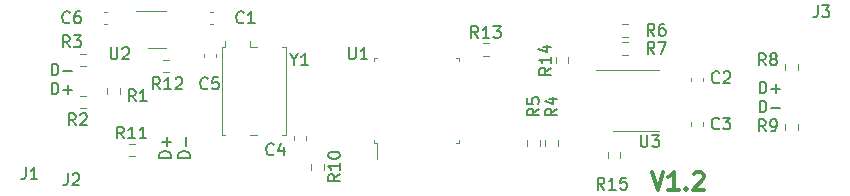
<source format=gbr>
%TF.GenerationSoftware,KiCad,Pcbnew,7.0.10-7.0.10~ubuntu22.04.1*%
%TF.CreationDate,2024-03-22T20:20:15-04:00*%
%TF.ProjectId,mechanicalkeyboard-touchid-hub,6d656368-616e-4696-9361-6c6b6579626f,rev?*%
%TF.SameCoordinates,Original*%
%TF.FileFunction,Legend,Top*%
%TF.FilePolarity,Positive*%
%FSLAX46Y46*%
G04 Gerber Fmt 4.6, Leading zero omitted, Abs format (unit mm)*
G04 Created by KiCad (PCBNEW 7.0.10-7.0.10~ubuntu22.04.1) date 2024-03-22 20:20:15*
%MOMM*%
%LPD*%
G01*
G04 APERTURE LIST*
%ADD10C,0.150000*%
%ADD11C,0.300000*%
%ADD12C,0.120000*%
G04 APERTURE END LIST*
D10*
X106000779Y-46011819D02*
X106000779Y-45011819D01*
X106000779Y-45011819D02*
X106238874Y-45011819D01*
X106238874Y-45011819D02*
X106381731Y-45059438D01*
X106381731Y-45059438D02*
X106476969Y-45154676D01*
X106476969Y-45154676D02*
X106524588Y-45249914D01*
X106524588Y-45249914D02*
X106572207Y-45440390D01*
X106572207Y-45440390D02*
X106572207Y-45583247D01*
X106572207Y-45583247D02*
X106524588Y-45773723D01*
X106524588Y-45773723D02*
X106476969Y-45868961D01*
X106476969Y-45868961D02*
X106381731Y-45964200D01*
X106381731Y-45964200D02*
X106238874Y-46011819D01*
X106238874Y-46011819D02*
X106000779Y-46011819D01*
X107000779Y-45630866D02*
X107762684Y-45630866D01*
X107381731Y-46011819D02*
X107381731Y-45249914D01*
X106000779Y-47621819D02*
X106000779Y-46621819D01*
X106000779Y-46621819D02*
X106238874Y-46621819D01*
X106238874Y-46621819D02*
X106381731Y-46669438D01*
X106381731Y-46669438D02*
X106476969Y-46764676D01*
X106476969Y-46764676D02*
X106524588Y-46859914D01*
X106524588Y-46859914D02*
X106572207Y-47050390D01*
X106572207Y-47050390D02*
X106572207Y-47193247D01*
X106572207Y-47193247D02*
X106524588Y-47383723D01*
X106524588Y-47383723D02*
X106476969Y-47478961D01*
X106476969Y-47478961D02*
X106381731Y-47574200D01*
X106381731Y-47574200D02*
X106238874Y-47621819D01*
X106238874Y-47621819D02*
X106000779Y-47621819D01*
X107000779Y-47240866D02*
X107762684Y-47240866D01*
X56171819Y-51479220D02*
X55171819Y-51479220D01*
X55171819Y-51479220D02*
X55171819Y-51241125D01*
X55171819Y-51241125D02*
X55219438Y-51098268D01*
X55219438Y-51098268D02*
X55314676Y-51003030D01*
X55314676Y-51003030D02*
X55409914Y-50955411D01*
X55409914Y-50955411D02*
X55600390Y-50907792D01*
X55600390Y-50907792D02*
X55743247Y-50907792D01*
X55743247Y-50907792D02*
X55933723Y-50955411D01*
X55933723Y-50955411D02*
X56028961Y-51003030D01*
X56028961Y-51003030D02*
X56124200Y-51098268D01*
X56124200Y-51098268D02*
X56171819Y-51241125D01*
X56171819Y-51241125D02*
X56171819Y-51479220D01*
X55790866Y-50479220D02*
X55790866Y-49717316D01*
X56171819Y-50098268D02*
X55409914Y-50098268D01*
X57781819Y-51479220D02*
X56781819Y-51479220D01*
X56781819Y-51479220D02*
X56781819Y-51241125D01*
X56781819Y-51241125D02*
X56829438Y-51098268D01*
X56829438Y-51098268D02*
X56924676Y-51003030D01*
X56924676Y-51003030D02*
X57019914Y-50955411D01*
X57019914Y-50955411D02*
X57210390Y-50907792D01*
X57210390Y-50907792D02*
X57353247Y-50907792D01*
X57353247Y-50907792D02*
X57543723Y-50955411D01*
X57543723Y-50955411D02*
X57638961Y-51003030D01*
X57638961Y-51003030D02*
X57734200Y-51098268D01*
X57734200Y-51098268D02*
X57781819Y-51241125D01*
X57781819Y-51241125D02*
X57781819Y-51479220D01*
X57400866Y-50479220D02*
X57400866Y-49717316D01*
X46056779Y-44487819D02*
X46056779Y-43487819D01*
X46056779Y-43487819D02*
X46294874Y-43487819D01*
X46294874Y-43487819D02*
X46437731Y-43535438D01*
X46437731Y-43535438D02*
X46532969Y-43630676D01*
X46532969Y-43630676D02*
X46580588Y-43725914D01*
X46580588Y-43725914D02*
X46628207Y-43916390D01*
X46628207Y-43916390D02*
X46628207Y-44059247D01*
X46628207Y-44059247D02*
X46580588Y-44249723D01*
X46580588Y-44249723D02*
X46532969Y-44344961D01*
X46532969Y-44344961D02*
X46437731Y-44440200D01*
X46437731Y-44440200D02*
X46294874Y-44487819D01*
X46294874Y-44487819D02*
X46056779Y-44487819D01*
X47056779Y-44106866D02*
X47818684Y-44106866D01*
X46056779Y-46097819D02*
X46056779Y-45097819D01*
X46056779Y-45097819D02*
X46294874Y-45097819D01*
X46294874Y-45097819D02*
X46437731Y-45145438D01*
X46437731Y-45145438D02*
X46532969Y-45240676D01*
X46532969Y-45240676D02*
X46580588Y-45335914D01*
X46580588Y-45335914D02*
X46628207Y-45526390D01*
X46628207Y-45526390D02*
X46628207Y-45669247D01*
X46628207Y-45669247D02*
X46580588Y-45859723D01*
X46580588Y-45859723D02*
X46532969Y-45954961D01*
X46532969Y-45954961D02*
X46437731Y-46050200D01*
X46437731Y-46050200D02*
X46294874Y-46097819D01*
X46294874Y-46097819D02*
X46056779Y-46097819D01*
X47056779Y-45716866D02*
X47818684Y-45716866D01*
X47437731Y-46097819D02*
X47437731Y-45335914D01*
D11*
X96860225Y-52656828D02*
X97360225Y-54156828D01*
X97360225Y-54156828D02*
X97860225Y-52656828D01*
X99145939Y-54156828D02*
X98288796Y-54156828D01*
X98717367Y-54156828D02*
X98717367Y-52656828D01*
X98717367Y-52656828D02*
X98574510Y-52871114D01*
X98574510Y-52871114D02*
X98431653Y-53013971D01*
X98431653Y-53013971D02*
X98288796Y-53085400D01*
X99788795Y-54013971D02*
X99860224Y-54085400D01*
X99860224Y-54085400D02*
X99788795Y-54156828D01*
X99788795Y-54156828D02*
X99717367Y-54085400D01*
X99717367Y-54085400D02*
X99788795Y-54013971D01*
X99788795Y-54013971D02*
X99788795Y-54156828D01*
X100431653Y-52799685D02*
X100503081Y-52728257D01*
X100503081Y-52728257D02*
X100645939Y-52656828D01*
X100645939Y-52656828D02*
X101003081Y-52656828D01*
X101003081Y-52656828D02*
X101145939Y-52728257D01*
X101145939Y-52728257D02*
X101217367Y-52799685D01*
X101217367Y-52799685D02*
X101288796Y-52942542D01*
X101288796Y-52942542D02*
X101288796Y-53085400D01*
X101288796Y-53085400D02*
X101217367Y-53299685D01*
X101217367Y-53299685D02*
X100360224Y-54156828D01*
X100360224Y-54156828D02*
X101288796Y-54156828D01*
D10*
X92857142Y-54154819D02*
X92523809Y-53678628D01*
X92285714Y-54154819D02*
X92285714Y-53154819D01*
X92285714Y-53154819D02*
X92666666Y-53154819D01*
X92666666Y-53154819D02*
X92761904Y-53202438D01*
X92761904Y-53202438D02*
X92809523Y-53250057D01*
X92809523Y-53250057D02*
X92857142Y-53345295D01*
X92857142Y-53345295D02*
X92857142Y-53488152D01*
X92857142Y-53488152D02*
X92809523Y-53583390D01*
X92809523Y-53583390D02*
X92761904Y-53631009D01*
X92761904Y-53631009D02*
X92666666Y-53678628D01*
X92666666Y-53678628D02*
X92285714Y-53678628D01*
X93809523Y-54154819D02*
X93238095Y-54154819D01*
X93523809Y-54154819D02*
X93523809Y-53154819D01*
X93523809Y-53154819D02*
X93428571Y-53297676D01*
X93428571Y-53297676D02*
X93333333Y-53392914D01*
X93333333Y-53392914D02*
X93238095Y-53440533D01*
X94714285Y-53154819D02*
X94238095Y-53154819D01*
X94238095Y-53154819D02*
X94190476Y-53631009D01*
X94190476Y-53631009D02*
X94238095Y-53583390D01*
X94238095Y-53583390D02*
X94333333Y-53535771D01*
X94333333Y-53535771D02*
X94571428Y-53535771D01*
X94571428Y-53535771D02*
X94666666Y-53583390D01*
X94666666Y-53583390D02*
X94714285Y-53631009D01*
X94714285Y-53631009D02*
X94761904Y-53726247D01*
X94761904Y-53726247D02*
X94761904Y-53964342D01*
X94761904Y-53964342D02*
X94714285Y-54059580D01*
X94714285Y-54059580D02*
X94666666Y-54107200D01*
X94666666Y-54107200D02*
X94571428Y-54154819D01*
X94571428Y-54154819D02*
X94333333Y-54154819D01*
X94333333Y-54154819D02*
X94238095Y-54107200D01*
X94238095Y-54107200D02*
X94190476Y-54059580D01*
X88324819Y-43855357D02*
X87848628Y-44188690D01*
X88324819Y-44426785D02*
X87324819Y-44426785D01*
X87324819Y-44426785D02*
X87324819Y-44045833D01*
X87324819Y-44045833D02*
X87372438Y-43950595D01*
X87372438Y-43950595D02*
X87420057Y-43902976D01*
X87420057Y-43902976D02*
X87515295Y-43855357D01*
X87515295Y-43855357D02*
X87658152Y-43855357D01*
X87658152Y-43855357D02*
X87753390Y-43902976D01*
X87753390Y-43902976D02*
X87801009Y-43950595D01*
X87801009Y-43950595D02*
X87848628Y-44045833D01*
X87848628Y-44045833D02*
X87848628Y-44426785D01*
X88324819Y-42902976D02*
X88324819Y-43474404D01*
X88324819Y-43188690D02*
X87324819Y-43188690D01*
X87324819Y-43188690D02*
X87467676Y-43283928D01*
X87467676Y-43283928D02*
X87562914Y-43379166D01*
X87562914Y-43379166D02*
X87610533Y-43474404D01*
X87658152Y-42045833D02*
X88324819Y-42045833D01*
X87277200Y-42283928D02*
X87991485Y-42522023D01*
X87991485Y-42522023D02*
X87991485Y-41902976D01*
X82169642Y-41324819D02*
X81836309Y-40848628D01*
X81598214Y-41324819D02*
X81598214Y-40324819D01*
X81598214Y-40324819D02*
X81979166Y-40324819D01*
X81979166Y-40324819D02*
X82074404Y-40372438D01*
X82074404Y-40372438D02*
X82122023Y-40420057D01*
X82122023Y-40420057D02*
X82169642Y-40515295D01*
X82169642Y-40515295D02*
X82169642Y-40658152D01*
X82169642Y-40658152D02*
X82122023Y-40753390D01*
X82122023Y-40753390D02*
X82074404Y-40801009D01*
X82074404Y-40801009D02*
X81979166Y-40848628D01*
X81979166Y-40848628D02*
X81598214Y-40848628D01*
X83122023Y-41324819D02*
X82550595Y-41324819D01*
X82836309Y-41324819D02*
X82836309Y-40324819D01*
X82836309Y-40324819D02*
X82741071Y-40467676D01*
X82741071Y-40467676D02*
X82645833Y-40562914D01*
X82645833Y-40562914D02*
X82550595Y-40610533D01*
X83455357Y-40324819D02*
X84074404Y-40324819D01*
X84074404Y-40324819D02*
X83741071Y-40705771D01*
X83741071Y-40705771D02*
X83883928Y-40705771D01*
X83883928Y-40705771D02*
X83979166Y-40753390D01*
X83979166Y-40753390D02*
X84026785Y-40801009D01*
X84026785Y-40801009D02*
X84074404Y-40896247D01*
X84074404Y-40896247D02*
X84074404Y-41134342D01*
X84074404Y-41134342D02*
X84026785Y-41229580D01*
X84026785Y-41229580D02*
X83979166Y-41277200D01*
X83979166Y-41277200D02*
X83883928Y-41324819D01*
X83883928Y-41324819D02*
X83598214Y-41324819D01*
X83598214Y-41324819D02*
X83502976Y-41277200D01*
X83502976Y-41277200D02*
X83455357Y-41229580D01*
X43862666Y-52286819D02*
X43862666Y-53001104D01*
X43862666Y-53001104D02*
X43815047Y-53143961D01*
X43815047Y-53143961D02*
X43719809Y-53239200D01*
X43719809Y-53239200D02*
X43576952Y-53286819D01*
X43576952Y-53286819D02*
X43481714Y-53286819D01*
X44862666Y-53286819D02*
X44291238Y-53286819D01*
X44576952Y-53286819D02*
X44576952Y-52286819D01*
X44576952Y-52286819D02*
X44481714Y-52429676D01*
X44481714Y-52429676D02*
X44386476Y-52524914D01*
X44386476Y-52524914D02*
X44291238Y-52572533D01*
X97089333Y-42654819D02*
X96756000Y-42178628D01*
X96517905Y-42654819D02*
X96517905Y-41654819D01*
X96517905Y-41654819D02*
X96898857Y-41654819D01*
X96898857Y-41654819D02*
X96994095Y-41702438D01*
X96994095Y-41702438D02*
X97041714Y-41750057D01*
X97041714Y-41750057D02*
X97089333Y-41845295D01*
X97089333Y-41845295D02*
X97089333Y-41988152D01*
X97089333Y-41988152D02*
X97041714Y-42083390D01*
X97041714Y-42083390D02*
X96994095Y-42131009D01*
X96994095Y-42131009D02*
X96898857Y-42178628D01*
X96898857Y-42178628D02*
X96517905Y-42178628D01*
X97422667Y-41654819D02*
X98089333Y-41654819D01*
X98089333Y-41654819D02*
X97660762Y-42654819D01*
X97089333Y-41130819D02*
X96756000Y-40654628D01*
X96517905Y-41130819D02*
X96517905Y-40130819D01*
X96517905Y-40130819D02*
X96898857Y-40130819D01*
X96898857Y-40130819D02*
X96994095Y-40178438D01*
X96994095Y-40178438D02*
X97041714Y-40226057D01*
X97041714Y-40226057D02*
X97089333Y-40321295D01*
X97089333Y-40321295D02*
X97089333Y-40464152D01*
X97089333Y-40464152D02*
X97041714Y-40559390D01*
X97041714Y-40559390D02*
X96994095Y-40607009D01*
X96994095Y-40607009D02*
X96898857Y-40654628D01*
X96898857Y-40654628D02*
X96517905Y-40654628D01*
X97946476Y-40130819D02*
X97756000Y-40130819D01*
X97756000Y-40130819D02*
X97660762Y-40178438D01*
X97660762Y-40178438D02*
X97613143Y-40226057D01*
X97613143Y-40226057D02*
X97517905Y-40368914D01*
X97517905Y-40368914D02*
X97470286Y-40559390D01*
X97470286Y-40559390D02*
X97470286Y-40940342D01*
X97470286Y-40940342D02*
X97517905Y-41035580D01*
X97517905Y-41035580D02*
X97565524Y-41083200D01*
X97565524Y-41083200D02*
X97660762Y-41130819D01*
X97660762Y-41130819D02*
X97851238Y-41130819D01*
X97851238Y-41130819D02*
X97946476Y-41083200D01*
X97946476Y-41083200D02*
X97994095Y-41035580D01*
X97994095Y-41035580D02*
X98041714Y-40940342D01*
X98041714Y-40940342D02*
X98041714Y-40702247D01*
X98041714Y-40702247D02*
X97994095Y-40607009D01*
X97994095Y-40607009D02*
X97946476Y-40559390D01*
X97946476Y-40559390D02*
X97851238Y-40511771D01*
X97851238Y-40511771D02*
X97660762Y-40511771D01*
X97660762Y-40511771D02*
X97565524Y-40559390D01*
X97565524Y-40559390D02*
X97517905Y-40607009D01*
X97517905Y-40607009D02*
X97470286Y-40702247D01*
X87322819Y-47307166D02*
X86846628Y-47640499D01*
X87322819Y-47878594D02*
X86322819Y-47878594D01*
X86322819Y-47878594D02*
X86322819Y-47497642D01*
X86322819Y-47497642D02*
X86370438Y-47402404D01*
X86370438Y-47402404D02*
X86418057Y-47354785D01*
X86418057Y-47354785D02*
X86513295Y-47307166D01*
X86513295Y-47307166D02*
X86656152Y-47307166D01*
X86656152Y-47307166D02*
X86751390Y-47354785D01*
X86751390Y-47354785D02*
X86799009Y-47402404D01*
X86799009Y-47402404D02*
X86846628Y-47497642D01*
X86846628Y-47497642D02*
X86846628Y-47878594D01*
X86322819Y-46402404D02*
X86322819Y-46878594D01*
X86322819Y-46878594D02*
X86799009Y-46926213D01*
X86799009Y-46926213D02*
X86751390Y-46878594D01*
X86751390Y-46878594D02*
X86703771Y-46783356D01*
X86703771Y-46783356D02*
X86703771Y-46545261D01*
X86703771Y-46545261D02*
X86751390Y-46450023D01*
X86751390Y-46450023D02*
X86799009Y-46402404D01*
X86799009Y-46402404D02*
X86894247Y-46354785D01*
X86894247Y-46354785D02*
X87132342Y-46354785D01*
X87132342Y-46354785D02*
X87227580Y-46402404D01*
X87227580Y-46402404D02*
X87275200Y-46450023D01*
X87275200Y-46450023D02*
X87322819Y-46545261D01*
X87322819Y-46545261D02*
X87322819Y-46783356D01*
X87322819Y-46783356D02*
X87275200Y-46878594D01*
X87275200Y-46878594D02*
X87227580Y-46926213D01*
X106513333Y-49222819D02*
X106180000Y-48746628D01*
X105941905Y-49222819D02*
X105941905Y-48222819D01*
X105941905Y-48222819D02*
X106322857Y-48222819D01*
X106322857Y-48222819D02*
X106418095Y-48270438D01*
X106418095Y-48270438D02*
X106465714Y-48318057D01*
X106465714Y-48318057D02*
X106513333Y-48413295D01*
X106513333Y-48413295D02*
X106513333Y-48556152D01*
X106513333Y-48556152D02*
X106465714Y-48651390D01*
X106465714Y-48651390D02*
X106418095Y-48699009D01*
X106418095Y-48699009D02*
X106322857Y-48746628D01*
X106322857Y-48746628D02*
X105941905Y-48746628D01*
X106989524Y-49222819D02*
X107180000Y-49222819D01*
X107180000Y-49222819D02*
X107275238Y-49175200D01*
X107275238Y-49175200D02*
X107322857Y-49127580D01*
X107322857Y-49127580D02*
X107418095Y-48984723D01*
X107418095Y-48984723D02*
X107465714Y-48794247D01*
X107465714Y-48794247D02*
X107465714Y-48413295D01*
X107465714Y-48413295D02*
X107418095Y-48318057D01*
X107418095Y-48318057D02*
X107370476Y-48270438D01*
X107370476Y-48270438D02*
X107275238Y-48222819D01*
X107275238Y-48222819D02*
X107084762Y-48222819D01*
X107084762Y-48222819D02*
X106989524Y-48270438D01*
X106989524Y-48270438D02*
X106941905Y-48318057D01*
X106941905Y-48318057D02*
X106894286Y-48413295D01*
X106894286Y-48413295D02*
X106894286Y-48651390D01*
X106894286Y-48651390D02*
X106941905Y-48746628D01*
X106941905Y-48746628D02*
X106989524Y-48794247D01*
X106989524Y-48794247D02*
X107084762Y-48841866D01*
X107084762Y-48841866D02*
X107275238Y-48841866D01*
X107275238Y-48841866D02*
X107370476Y-48794247D01*
X107370476Y-48794247D02*
X107418095Y-48746628D01*
X107418095Y-48746628D02*
X107465714Y-48651390D01*
X70464819Y-52863357D02*
X69988628Y-53196690D01*
X70464819Y-53434785D02*
X69464819Y-53434785D01*
X69464819Y-53434785D02*
X69464819Y-53053833D01*
X69464819Y-53053833D02*
X69512438Y-52958595D01*
X69512438Y-52958595D02*
X69560057Y-52910976D01*
X69560057Y-52910976D02*
X69655295Y-52863357D01*
X69655295Y-52863357D02*
X69798152Y-52863357D01*
X69798152Y-52863357D02*
X69893390Y-52910976D01*
X69893390Y-52910976D02*
X69941009Y-52958595D01*
X69941009Y-52958595D02*
X69988628Y-53053833D01*
X69988628Y-53053833D02*
X69988628Y-53434785D01*
X70464819Y-51910976D02*
X70464819Y-52482404D01*
X70464819Y-52196690D02*
X69464819Y-52196690D01*
X69464819Y-52196690D02*
X69607676Y-52291928D01*
X69607676Y-52291928D02*
X69702914Y-52387166D01*
X69702914Y-52387166D02*
X69750533Y-52482404D01*
X69464819Y-51291928D02*
X69464819Y-51196690D01*
X69464819Y-51196690D02*
X69512438Y-51101452D01*
X69512438Y-51101452D02*
X69560057Y-51053833D01*
X69560057Y-51053833D02*
X69655295Y-51006214D01*
X69655295Y-51006214D02*
X69845771Y-50958595D01*
X69845771Y-50958595D02*
X70083866Y-50958595D01*
X70083866Y-50958595D02*
X70274342Y-51006214D01*
X70274342Y-51006214D02*
X70369580Y-51053833D01*
X70369580Y-51053833D02*
X70417200Y-51101452D01*
X70417200Y-51101452D02*
X70464819Y-51196690D01*
X70464819Y-51196690D02*
X70464819Y-51291928D01*
X70464819Y-51291928D02*
X70417200Y-51387166D01*
X70417200Y-51387166D02*
X70369580Y-51434785D01*
X70369580Y-51434785D02*
X70274342Y-51482404D01*
X70274342Y-51482404D02*
X70083866Y-51530023D01*
X70083866Y-51530023D02*
X69845771Y-51530023D01*
X69845771Y-51530023D02*
X69655295Y-51482404D01*
X69655295Y-51482404D02*
X69560057Y-51434785D01*
X69560057Y-51434785D02*
X69512438Y-51387166D01*
X69512438Y-51387166D02*
X69464819Y-51291928D01*
X110918666Y-38570819D02*
X110918666Y-39285104D01*
X110918666Y-39285104D02*
X110871047Y-39427961D01*
X110871047Y-39427961D02*
X110775809Y-39523200D01*
X110775809Y-39523200D02*
X110632952Y-39570819D01*
X110632952Y-39570819D02*
X110537714Y-39570819D01*
X111299619Y-38570819D02*
X111918666Y-38570819D01*
X111918666Y-38570819D02*
X111585333Y-38951771D01*
X111585333Y-38951771D02*
X111728190Y-38951771D01*
X111728190Y-38951771D02*
X111823428Y-38999390D01*
X111823428Y-38999390D02*
X111871047Y-39047009D01*
X111871047Y-39047009D02*
X111918666Y-39142247D01*
X111918666Y-39142247D02*
X111918666Y-39380342D01*
X111918666Y-39380342D02*
X111871047Y-39475580D01*
X111871047Y-39475580D02*
X111823428Y-39523200D01*
X111823428Y-39523200D02*
X111728190Y-39570819D01*
X111728190Y-39570819D02*
X111442476Y-39570819D01*
X111442476Y-39570819D02*
X111347238Y-39523200D01*
X111347238Y-39523200D02*
X111299619Y-39475580D01*
X95938095Y-49554819D02*
X95938095Y-50364342D01*
X95938095Y-50364342D02*
X95985714Y-50459580D01*
X95985714Y-50459580D02*
X96033333Y-50507200D01*
X96033333Y-50507200D02*
X96128571Y-50554819D01*
X96128571Y-50554819D02*
X96319047Y-50554819D01*
X96319047Y-50554819D02*
X96414285Y-50507200D01*
X96414285Y-50507200D02*
X96461904Y-50459580D01*
X96461904Y-50459580D02*
X96509523Y-50364342D01*
X96509523Y-50364342D02*
X96509523Y-49554819D01*
X96890476Y-49554819D02*
X97509523Y-49554819D01*
X97509523Y-49554819D02*
X97176190Y-49935771D01*
X97176190Y-49935771D02*
X97319047Y-49935771D01*
X97319047Y-49935771D02*
X97414285Y-49983390D01*
X97414285Y-49983390D02*
X97461904Y-50031009D01*
X97461904Y-50031009D02*
X97509523Y-50126247D01*
X97509523Y-50126247D02*
X97509523Y-50364342D01*
X97509523Y-50364342D02*
X97461904Y-50459580D01*
X97461904Y-50459580D02*
X97414285Y-50507200D01*
X97414285Y-50507200D02*
X97319047Y-50554819D01*
X97319047Y-50554819D02*
X97033333Y-50554819D01*
X97033333Y-50554819D02*
X96938095Y-50507200D01*
X96938095Y-50507200D02*
X96890476Y-50459580D01*
X59269333Y-45571580D02*
X59221714Y-45619200D01*
X59221714Y-45619200D02*
X59078857Y-45666819D01*
X59078857Y-45666819D02*
X58983619Y-45666819D01*
X58983619Y-45666819D02*
X58840762Y-45619200D01*
X58840762Y-45619200D02*
X58745524Y-45523961D01*
X58745524Y-45523961D02*
X58697905Y-45428723D01*
X58697905Y-45428723D02*
X58650286Y-45238247D01*
X58650286Y-45238247D02*
X58650286Y-45095390D01*
X58650286Y-45095390D02*
X58697905Y-44904914D01*
X58697905Y-44904914D02*
X58745524Y-44809676D01*
X58745524Y-44809676D02*
X58840762Y-44714438D01*
X58840762Y-44714438D02*
X58983619Y-44666819D01*
X58983619Y-44666819D02*
X59078857Y-44666819D01*
X59078857Y-44666819D02*
X59221714Y-44714438D01*
X59221714Y-44714438D02*
X59269333Y-44762057D01*
X60174095Y-44666819D02*
X59697905Y-44666819D01*
X59697905Y-44666819D02*
X59650286Y-45143009D01*
X59650286Y-45143009D02*
X59697905Y-45095390D01*
X59697905Y-45095390D02*
X59793143Y-45047771D01*
X59793143Y-45047771D02*
X60031238Y-45047771D01*
X60031238Y-45047771D02*
X60126476Y-45095390D01*
X60126476Y-45095390D02*
X60174095Y-45143009D01*
X60174095Y-45143009D02*
X60221714Y-45238247D01*
X60221714Y-45238247D02*
X60221714Y-45476342D01*
X60221714Y-45476342D02*
X60174095Y-45571580D01*
X60174095Y-45571580D02*
X60126476Y-45619200D01*
X60126476Y-45619200D02*
X60031238Y-45666819D01*
X60031238Y-45666819D02*
X59793143Y-45666819D01*
X59793143Y-45666819D02*
X59697905Y-45619200D01*
X59697905Y-45619200D02*
X59650286Y-45571580D01*
X88846819Y-47307166D02*
X88370628Y-47640499D01*
X88846819Y-47878594D02*
X87846819Y-47878594D01*
X87846819Y-47878594D02*
X87846819Y-47497642D01*
X87846819Y-47497642D02*
X87894438Y-47402404D01*
X87894438Y-47402404D02*
X87942057Y-47354785D01*
X87942057Y-47354785D02*
X88037295Y-47307166D01*
X88037295Y-47307166D02*
X88180152Y-47307166D01*
X88180152Y-47307166D02*
X88275390Y-47354785D01*
X88275390Y-47354785D02*
X88323009Y-47402404D01*
X88323009Y-47402404D02*
X88370628Y-47497642D01*
X88370628Y-47497642D02*
X88370628Y-47878594D01*
X88180152Y-46450023D02*
X88846819Y-46450023D01*
X87799200Y-46688118D02*
X88513485Y-46926213D01*
X88513485Y-46926213D02*
X88513485Y-46307166D01*
X47585333Y-42110819D02*
X47252000Y-41634628D01*
X47013905Y-42110819D02*
X47013905Y-41110819D01*
X47013905Y-41110819D02*
X47394857Y-41110819D01*
X47394857Y-41110819D02*
X47490095Y-41158438D01*
X47490095Y-41158438D02*
X47537714Y-41206057D01*
X47537714Y-41206057D02*
X47585333Y-41301295D01*
X47585333Y-41301295D02*
X47585333Y-41444152D01*
X47585333Y-41444152D02*
X47537714Y-41539390D01*
X47537714Y-41539390D02*
X47490095Y-41587009D01*
X47490095Y-41587009D02*
X47394857Y-41634628D01*
X47394857Y-41634628D02*
X47013905Y-41634628D01*
X47918667Y-41110819D02*
X48537714Y-41110819D01*
X48537714Y-41110819D02*
X48204381Y-41491771D01*
X48204381Y-41491771D02*
X48347238Y-41491771D01*
X48347238Y-41491771D02*
X48442476Y-41539390D01*
X48442476Y-41539390D02*
X48490095Y-41587009D01*
X48490095Y-41587009D02*
X48537714Y-41682247D01*
X48537714Y-41682247D02*
X48537714Y-41920342D01*
X48537714Y-41920342D02*
X48490095Y-42015580D01*
X48490095Y-42015580D02*
X48442476Y-42063200D01*
X48442476Y-42063200D02*
X48347238Y-42110819D01*
X48347238Y-42110819D02*
X48061524Y-42110819D01*
X48061524Y-42110819D02*
X47966286Y-42063200D01*
X47966286Y-42063200D02*
X47918667Y-42015580D01*
X48093333Y-48714819D02*
X47760000Y-48238628D01*
X47521905Y-48714819D02*
X47521905Y-47714819D01*
X47521905Y-47714819D02*
X47902857Y-47714819D01*
X47902857Y-47714819D02*
X47998095Y-47762438D01*
X47998095Y-47762438D02*
X48045714Y-47810057D01*
X48045714Y-47810057D02*
X48093333Y-47905295D01*
X48093333Y-47905295D02*
X48093333Y-48048152D01*
X48093333Y-48048152D02*
X48045714Y-48143390D01*
X48045714Y-48143390D02*
X47998095Y-48191009D01*
X47998095Y-48191009D02*
X47902857Y-48238628D01*
X47902857Y-48238628D02*
X47521905Y-48238628D01*
X48474286Y-47810057D02*
X48521905Y-47762438D01*
X48521905Y-47762438D02*
X48617143Y-47714819D01*
X48617143Y-47714819D02*
X48855238Y-47714819D01*
X48855238Y-47714819D02*
X48950476Y-47762438D01*
X48950476Y-47762438D02*
X48998095Y-47810057D01*
X48998095Y-47810057D02*
X49045714Y-47905295D01*
X49045714Y-47905295D02*
X49045714Y-48000533D01*
X49045714Y-48000533D02*
X48998095Y-48143390D01*
X48998095Y-48143390D02*
X48426667Y-48714819D01*
X48426667Y-48714819D02*
X49045714Y-48714819D01*
X71222095Y-42126819D02*
X71222095Y-42936342D01*
X71222095Y-42936342D02*
X71269714Y-43031580D01*
X71269714Y-43031580D02*
X71317333Y-43079200D01*
X71317333Y-43079200D02*
X71412571Y-43126819D01*
X71412571Y-43126819D02*
X71603047Y-43126819D01*
X71603047Y-43126819D02*
X71698285Y-43079200D01*
X71698285Y-43079200D02*
X71745904Y-43031580D01*
X71745904Y-43031580D02*
X71793523Y-42936342D01*
X71793523Y-42936342D02*
X71793523Y-42126819D01*
X72793523Y-43126819D02*
X72222095Y-43126819D01*
X72507809Y-43126819D02*
X72507809Y-42126819D01*
X72507809Y-42126819D02*
X72412571Y-42269676D01*
X72412571Y-42269676D02*
X72317333Y-42364914D01*
X72317333Y-42364914D02*
X72222095Y-42412533D01*
X102579333Y-45063580D02*
X102531714Y-45111200D01*
X102531714Y-45111200D02*
X102388857Y-45158819D01*
X102388857Y-45158819D02*
X102293619Y-45158819D01*
X102293619Y-45158819D02*
X102150762Y-45111200D01*
X102150762Y-45111200D02*
X102055524Y-45015961D01*
X102055524Y-45015961D02*
X102007905Y-44920723D01*
X102007905Y-44920723D02*
X101960286Y-44730247D01*
X101960286Y-44730247D02*
X101960286Y-44587390D01*
X101960286Y-44587390D02*
X102007905Y-44396914D01*
X102007905Y-44396914D02*
X102055524Y-44301676D01*
X102055524Y-44301676D02*
X102150762Y-44206438D01*
X102150762Y-44206438D02*
X102293619Y-44158819D01*
X102293619Y-44158819D02*
X102388857Y-44158819D01*
X102388857Y-44158819D02*
X102531714Y-44206438D01*
X102531714Y-44206438D02*
X102579333Y-44254057D01*
X102960286Y-44254057D02*
X103007905Y-44206438D01*
X103007905Y-44206438D02*
X103103143Y-44158819D01*
X103103143Y-44158819D02*
X103341238Y-44158819D01*
X103341238Y-44158819D02*
X103436476Y-44206438D01*
X103436476Y-44206438D02*
X103484095Y-44254057D01*
X103484095Y-44254057D02*
X103531714Y-44349295D01*
X103531714Y-44349295D02*
X103531714Y-44444533D01*
X103531714Y-44444533D02*
X103484095Y-44587390D01*
X103484095Y-44587390D02*
X102912667Y-45158819D01*
X102912667Y-45158819D02*
X103531714Y-45158819D01*
X62317333Y-39983580D02*
X62269714Y-40031200D01*
X62269714Y-40031200D02*
X62126857Y-40078819D01*
X62126857Y-40078819D02*
X62031619Y-40078819D01*
X62031619Y-40078819D02*
X61888762Y-40031200D01*
X61888762Y-40031200D02*
X61793524Y-39935961D01*
X61793524Y-39935961D02*
X61745905Y-39840723D01*
X61745905Y-39840723D02*
X61698286Y-39650247D01*
X61698286Y-39650247D02*
X61698286Y-39507390D01*
X61698286Y-39507390D02*
X61745905Y-39316914D01*
X61745905Y-39316914D02*
X61793524Y-39221676D01*
X61793524Y-39221676D02*
X61888762Y-39126438D01*
X61888762Y-39126438D02*
X62031619Y-39078819D01*
X62031619Y-39078819D02*
X62126857Y-39078819D01*
X62126857Y-39078819D02*
X62269714Y-39126438D01*
X62269714Y-39126438D02*
X62317333Y-39174057D01*
X63269714Y-40078819D02*
X62698286Y-40078819D01*
X62984000Y-40078819D02*
X62984000Y-39078819D01*
X62984000Y-39078819D02*
X62888762Y-39221676D01*
X62888762Y-39221676D02*
X62793524Y-39316914D01*
X62793524Y-39316914D02*
X62698286Y-39364533D01*
X64857333Y-51159580D02*
X64809714Y-51207200D01*
X64809714Y-51207200D02*
X64666857Y-51254819D01*
X64666857Y-51254819D02*
X64571619Y-51254819D01*
X64571619Y-51254819D02*
X64428762Y-51207200D01*
X64428762Y-51207200D02*
X64333524Y-51111961D01*
X64333524Y-51111961D02*
X64285905Y-51016723D01*
X64285905Y-51016723D02*
X64238286Y-50826247D01*
X64238286Y-50826247D02*
X64238286Y-50683390D01*
X64238286Y-50683390D02*
X64285905Y-50492914D01*
X64285905Y-50492914D02*
X64333524Y-50397676D01*
X64333524Y-50397676D02*
X64428762Y-50302438D01*
X64428762Y-50302438D02*
X64571619Y-50254819D01*
X64571619Y-50254819D02*
X64666857Y-50254819D01*
X64666857Y-50254819D02*
X64809714Y-50302438D01*
X64809714Y-50302438D02*
X64857333Y-50350057D01*
X65714476Y-50588152D02*
X65714476Y-51254819D01*
X65476381Y-50207200D02*
X65238286Y-50921485D01*
X65238286Y-50921485D02*
X65857333Y-50921485D01*
X47585333Y-39983580D02*
X47537714Y-40031200D01*
X47537714Y-40031200D02*
X47394857Y-40078819D01*
X47394857Y-40078819D02*
X47299619Y-40078819D01*
X47299619Y-40078819D02*
X47156762Y-40031200D01*
X47156762Y-40031200D02*
X47061524Y-39935961D01*
X47061524Y-39935961D02*
X47013905Y-39840723D01*
X47013905Y-39840723D02*
X46966286Y-39650247D01*
X46966286Y-39650247D02*
X46966286Y-39507390D01*
X46966286Y-39507390D02*
X47013905Y-39316914D01*
X47013905Y-39316914D02*
X47061524Y-39221676D01*
X47061524Y-39221676D02*
X47156762Y-39126438D01*
X47156762Y-39126438D02*
X47299619Y-39078819D01*
X47299619Y-39078819D02*
X47394857Y-39078819D01*
X47394857Y-39078819D02*
X47537714Y-39126438D01*
X47537714Y-39126438D02*
X47585333Y-39174057D01*
X48442476Y-39078819D02*
X48252000Y-39078819D01*
X48252000Y-39078819D02*
X48156762Y-39126438D01*
X48156762Y-39126438D02*
X48109143Y-39174057D01*
X48109143Y-39174057D02*
X48013905Y-39316914D01*
X48013905Y-39316914D02*
X47966286Y-39507390D01*
X47966286Y-39507390D02*
X47966286Y-39888342D01*
X47966286Y-39888342D02*
X48013905Y-39983580D01*
X48013905Y-39983580D02*
X48061524Y-40031200D01*
X48061524Y-40031200D02*
X48156762Y-40078819D01*
X48156762Y-40078819D02*
X48347238Y-40078819D01*
X48347238Y-40078819D02*
X48442476Y-40031200D01*
X48442476Y-40031200D02*
X48490095Y-39983580D01*
X48490095Y-39983580D02*
X48537714Y-39888342D01*
X48537714Y-39888342D02*
X48537714Y-39650247D01*
X48537714Y-39650247D02*
X48490095Y-39555009D01*
X48490095Y-39555009D02*
X48442476Y-39507390D01*
X48442476Y-39507390D02*
X48347238Y-39459771D01*
X48347238Y-39459771D02*
X48156762Y-39459771D01*
X48156762Y-39459771D02*
X48061524Y-39507390D01*
X48061524Y-39507390D02*
X48013905Y-39555009D01*
X48013905Y-39555009D02*
X47966286Y-39650247D01*
X47418666Y-52794819D02*
X47418666Y-53509104D01*
X47418666Y-53509104D02*
X47371047Y-53651961D01*
X47371047Y-53651961D02*
X47275809Y-53747200D01*
X47275809Y-53747200D02*
X47132952Y-53794819D01*
X47132952Y-53794819D02*
X47037714Y-53794819D01*
X47847238Y-52890057D02*
X47894857Y-52842438D01*
X47894857Y-52842438D02*
X47990095Y-52794819D01*
X47990095Y-52794819D02*
X48228190Y-52794819D01*
X48228190Y-52794819D02*
X48323428Y-52842438D01*
X48323428Y-52842438D02*
X48371047Y-52890057D01*
X48371047Y-52890057D02*
X48418666Y-52985295D01*
X48418666Y-52985295D02*
X48418666Y-53080533D01*
X48418666Y-53080533D02*
X48371047Y-53223390D01*
X48371047Y-53223390D02*
X47799619Y-53794819D01*
X47799619Y-53794819D02*
X48418666Y-53794819D01*
X51054095Y-42126819D02*
X51054095Y-42936342D01*
X51054095Y-42936342D02*
X51101714Y-43031580D01*
X51101714Y-43031580D02*
X51149333Y-43079200D01*
X51149333Y-43079200D02*
X51244571Y-43126819D01*
X51244571Y-43126819D02*
X51435047Y-43126819D01*
X51435047Y-43126819D02*
X51530285Y-43079200D01*
X51530285Y-43079200D02*
X51577904Y-43031580D01*
X51577904Y-43031580D02*
X51625523Y-42936342D01*
X51625523Y-42936342D02*
X51625523Y-42126819D01*
X52054095Y-42222057D02*
X52101714Y-42174438D01*
X52101714Y-42174438D02*
X52196952Y-42126819D01*
X52196952Y-42126819D02*
X52435047Y-42126819D01*
X52435047Y-42126819D02*
X52530285Y-42174438D01*
X52530285Y-42174438D02*
X52577904Y-42222057D01*
X52577904Y-42222057D02*
X52625523Y-42317295D01*
X52625523Y-42317295D02*
X52625523Y-42412533D01*
X52625523Y-42412533D02*
X52577904Y-42555390D01*
X52577904Y-42555390D02*
X52006476Y-43126819D01*
X52006476Y-43126819D02*
X52625523Y-43126819D01*
X66579809Y-43158628D02*
X66579809Y-43634819D01*
X66246476Y-42634819D02*
X66579809Y-43158628D01*
X66579809Y-43158628D02*
X66913142Y-42634819D01*
X67770285Y-43634819D02*
X67198857Y-43634819D01*
X67484571Y-43634819D02*
X67484571Y-42634819D01*
X67484571Y-42634819D02*
X67389333Y-42777676D01*
X67389333Y-42777676D02*
X67294095Y-42872914D01*
X67294095Y-42872914D02*
X67198857Y-42920533D01*
X53173333Y-46682819D02*
X52840000Y-46206628D01*
X52601905Y-46682819D02*
X52601905Y-45682819D01*
X52601905Y-45682819D02*
X52982857Y-45682819D01*
X52982857Y-45682819D02*
X53078095Y-45730438D01*
X53078095Y-45730438D02*
X53125714Y-45778057D01*
X53125714Y-45778057D02*
X53173333Y-45873295D01*
X53173333Y-45873295D02*
X53173333Y-46016152D01*
X53173333Y-46016152D02*
X53125714Y-46111390D01*
X53125714Y-46111390D02*
X53078095Y-46159009D01*
X53078095Y-46159009D02*
X52982857Y-46206628D01*
X52982857Y-46206628D02*
X52601905Y-46206628D01*
X54125714Y-46682819D02*
X53554286Y-46682819D01*
X53840000Y-46682819D02*
X53840000Y-45682819D01*
X53840000Y-45682819D02*
X53744762Y-45825676D01*
X53744762Y-45825676D02*
X53649524Y-45920914D01*
X53649524Y-45920914D02*
X53554286Y-45968533D01*
X102579333Y-48974080D02*
X102531714Y-49021700D01*
X102531714Y-49021700D02*
X102388857Y-49069319D01*
X102388857Y-49069319D02*
X102293619Y-49069319D01*
X102293619Y-49069319D02*
X102150762Y-49021700D01*
X102150762Y-49021700D02*
X102055524Y-48926461D01*
X102055524Y-48926461D02*
X102007905Y-48831223D01*
X102007905Y-48831223D02*
X101960286Y-48640747D01*
X101960286Y-48640747D02*
X101960286Y-48497890D01*
X101960286Y-48497890D02*
X102007905Y-48307414D01*
X102007905Y-48307414D02*
X102055524Y-48212176D01*
X102055524Y-48212176D02*
X102150762Y-48116938D01*
X102150762Y-48116938D02*
X102293619Y-48069319D01*
X102293619Y-48069319D02*
X102388857Y-48069319D01*
X102388857Y-48069319D02*
X102531714Y-48116938D01*
X102531714Y-48116938D02*
X102579333Y-48164557D01*
X102912667Y-48069319D02*
X103531714Y-48069319D01*
X103531714Y-48069319D02*
X103198381Y-48450271D01*
X103198381Y-48450271D02*
X103341238Y-48450271D01*
X103341238Y-48450271D02*
X103436476Y-48497890D01*
X103436476Y-48497890D02*
X103484095Y-48545509D01*
X103484095Y-48545509D02*
X103531714Y-48640747D01*
X103531714Y-48640747D02*
X103531714Y-48878842D01*
X103531714Y-48878842D02*
X103484095Y-48974080D01*
X103484095Y-48974080D02*
X103436476Y-49021700D01*
X103436476Y-49021700D02*
X103341238Y-49069319D01*
X103341238Y-49069319D02*
X103055524Y-49069319D01*
X103055524Y-49069319D02*
X102960286Y-49021700D01*
X102960286Y-49021700D02*
X102912667Y-48974080D01*
X106513333Y-43634819D02*
X106180000Y-43158628D01*
X105941905Y-43634819D02*
X105941905Y-42634819D01*
X105941905Y-42634819D02*
X106322857Y-42634819D01*
X106322857Y-42634819D02*
X106418095Y-42682438D01*
X106418095Y-42682438D02*
X106465714Y-42730057D01*
X106465714Y-42730057D02*
X106513333Y-42825295D01*
X106513333Y-42825295D02*
X106513333Y-42968152D01*
X106513333Y-42968152D02*
X106465714Y-43063390D01*
X106465714Y-43063390D02*
X106418095Y-43111009D01*
X106418095Y-43111009D02*
X106322857Y-43158628D01*
X106322857Y-43158628D02*
X105941905Y-43158628D01*
X107084762Y-43063390D02*
X106989524Y-43015771D01*
X106989524Y-43015771D02*
X106941905Y-42968152D01*
X106941905Y-42968152D02*
X106894286Y-42872914D01*
X106894286Y-42872914D02*
X106894286Y-42825295D01*
X106894286Y-42825295D02*
X106941905Y-42730057D01*
X106941905Y-42730057D02*
X106989524Y-42682438D01*
X106989524Y-42682438D02*
X107084762Y-42634819D01*
X107084762Y-42634819D02*
X107275238Y-42634819D01*
X107275238Y-42634819D02*
X107370476Y-42682438D01*
X107370476Y-42682438D02*
X107418095Y-42730057D01*
X107418095Y-42730057D02*
X107465714Y-42825295D01*
X107465714Y-42825295D02*
X107465714Y-42872914D01*
X107465714Y-42872914D02*
X107418095Y-42968152D01*
X107418095Y-42968152D02*
X107370476Y-43015771D01*
X107370476Y-43015771D02*
X107275238Y-43063390D01*
X107275238Y-43063390D02*
X107084762Y-43063390D01*
X107084762Y-43063390D02*
X106989524Y-43111009D01*
X106989524Y-43111009D02*
X106941905Y-43158628D01*
X106941905Y-43158628D02*
X106894286Y-43253866D01*
X106894286Y-43253866D02*
X106894286Y-43444342D01*
X106894286Y-43444342D02*
X106941905Y-43539580D01*
X106941905Y-43539580D02*
X106989524Y-43587200D01*
X106989524Y-43587200D02*
X107084762Y-43634819D01*
X107084762Y-43634819D02*
X107275238Y-43634819D01*
X107275238Y-43634819D02*
X107370476Y-43587200D01*
X107370476Y-43587200D02*
X107418095Y-43539580D01*
X107418095Y-43539580D02*
X107465714Y-43444342D01*
X107465714Y-43444342D02*
X107465714Y-43253866D01*
X107465714Y-43253866D02*
X107418095Y-43158628D01*
X107418095Y-43158628D02*
X107370476Y-43111009D01*
X107370476Y-43111009D02*
X107275238Y-43063390D01*
X52189142Y-49824819D02*
X51855809Y-49348628D01*
X51617714Y-49824819D02*
X51617714Y-48824819D01*
X51617714Y-48824819D02*
X51998666Y-48824819D01*
X51998666Y-48824819D02*
X52093904Y-48872438D01*
X52093904Y-48872438D02*
X52141523Y-48920057D01*
X52141523Y-48920057D02*
X52189142Y-49015295D01*
X52189142Y-49015295D02*
X52189142Y-49158152D01*
X52189142Y-49158152D02*
X52141523Y-49253390D01*
X52141523Y-49253390D02*
X52093904Y-49301009D01*
X52093904Y-49301009D02*
X51998666Y-49348628D01*
X51998666Y-49348628D02*
X51617714Y-49348628D01*
X53141523Y-49824819D02*
X52570095Y-49824819D01*
X52855809Y-49824819D02*
X52855809Y-48824819D01*
X52855809Y-48824819D02*
X52760571Y-48967676D01*
X52760571Y-48967676D02*
X52665333Y-49062914D01*
X52665333Y-49062914D02*
X52570095Y-49110533D01*
X54093904Y-49824819D02*
X53522476Y-49824819D01*
X53808190Y-49824819D02*
X53808190Y-48824819D01*
X53808190Y-48824819D02*
X53712952Y-48967676D01*
X53712952Y-48967676D02*
X53617714Y-49062914D01*
X53617714Y-49062914D02*
X53522476Y-49110533D01*
X55237142Y-45666819D02*
X54903809Y-45190628D01*
X54665714Y-45666819D02*
X54665714Y-44666819D01*
X54665714Y-44666819D02*
X55046666Y-44666819D01*
X55046666Y-44666819D02*
X55141904Y-44714438D01*
X55141904Y-44714438D02*
X55189523Y-44762057D01*
X55189523Y-44762057D02*
X55237142Y-44857295D01*
X55237142Y-44857295D02*
X55237142Y-45000152D01*
X55237142Y-45000152D02*
X55189523Y-45095390D01*
X55189523Y-45095390D02*
X55141904Y-45143009D01*
X55141904Y-45143009D02*
X55046666Y-45190628D01*
X55046666Y-45190628D02*
X54665714Y-45190628D01*
X56189523Y-45666819D02*
X55618095Y-45666819D01*
X55903809Y-45666819D02*
X55903809Y-44666819D01*
X55903809Y-44666819D02*
X55808571Y-44809676D01*
X55808571Y-44809676D02*
X55713333Y-44904914D01*
X55713333Y-44904914D02*
X55618095Y-44952533D01*
X56570476Y-44762057D02*
X56618095Y-44714438D01*
X56618095Y-44714438D02*
X56713333Y-44666819D01*
X56713333Y-44666819D02*
X56951428Y-44666819D01*
X56951428Y-44666819D02*
X57046666Y-44714438D01*
X57046666Y-44714438D02*
X57094285Y-44762057D01*
X57094285Y-44762057D02*
X57141904Y-44857295D01*
X57141904Y-44857295D02*
X57141904Y-44952533D01*
X57141904Y-44952533D02*
X57094285Y-45095390D01*
X57094285Y-45095390D02*
X56522857Y-45666819D01*
X56522857Y-45666819D02*
X57141904Y-45666819D01*
D12*
%TO.C,R15*%
X94222500Y-50945276D02*
X94222500Y-51454724D01*
X93177500Y-50945276D02*
X93177500Y-51454724D01*
%TO.C,R14*%
X88777500Y-43467224D02*
X88777500Y-42957776D01*
X89822500Y-43467224D02*
X89822500Y-42957776D01*
%TO.C,R13*%
X82557776Y-41777500D02*
X83067224Y-41777500D01*
X82557776Y-42822500D02*
X83067224Y-42822500D01*
%TO.C,R7*%
X94357776Y-41677500D02*
X94867224Y-41677500D01*
X94357776Y-42722500D02*
X94867224Y-42722500D01*
%TO.C,R6*%
X94357776Y-40153500D02*
X94867224Y-40153500D01*
X94357776Y-41198500D02*
X94867224Y-41198500D01*
%TO.C,R5*%
X87390500Y-49933776D02*
X87390500Y-50443224D01*
X86345500Y-49933776D02*
X86345500Y-50443224D01*
%TO.C,R9*%
X108189500Y-49126224D02*
X108189500Y-48616776D01*
X109234500Y-49126224D02*
X109234500Y-48616776D01*
%TO.C,R10*%
X69102500Y-51965776D02*
X69102500Y-52475224D01*
X68057500Y-51965776D02*
X68057500Y-52475224D01*
%TO.C,U3*%
X95569000Y-44049000D02*
X92119000Y-44049000D01*
X95569000Y-44049000D02*
X97519000Y-44049000D01*
X95569000Y-49169000D02*
X93619000Y-49169000D01*
X95569000Y-49169000D02*
X97519000Y-49169000D01*
%TO.C,C5*%
X59946000Y-42679233D02*
X59946000Y-42971767D01*
X58926000Y-42679233D02*
X58926000Y-42971767D01*
%TO.C,R4*%
X88914500Y-49933776D02*
X88914500Y-50443224D01*
X87869500Y-49933776D02*
X87869500Y-50443224D01*
%TO.C,R3*%
X48437776Y-42657500D02*
X48947224Y-42657500D01*
X48437776Y-43702500D02*
X48947224Y-43702500D01*
%TO.C,R2*%
X48437776Y-46213500D02*
X48947224Y-46213500D01*
X48437776Y-47258500D02*
X48947224Y-47258500D01*
%TO.C,U1*%
X73346000Y-50235000D02*
X73646000Y-50235000D01*
X73646000Y-50235000D02*
X73646000Y-51550000D01*
X80566000Y-50235000D02*
X80266000Y-50235000D01*
X73346000Y-49935000D02*
X73346000Y-50235000D01*
X80566000Y-49935000D02*
X80566000Y-50235000D01*
X73346000Y-43315000D02*
X73346000Y-43015000D01*
X80566000Y-43315000D02*
X80566000Y-43015000D01*
X73346000Y-43015000D02*
X73646000Y-43015000D01*
X80566000Y-43015000D02*
X80266000Y-43015000D01*
%TO.C,C2*%
X100204000Y-45003767D02*
X100204000Y-44711233D01*
X101224000Y-45003767D02*
X101224000Y-44711233D01*
%TO.C,C1*%
X59443233Y-39114000D02*
X59735767Y-39114000D01*
X59443233Y-40134000D02*
X59735767Y-40134000D01*
%TO.C,C4*%
X66546000Y-49930267D02*
X66546000Y-49637733D01*
X67566000Y-49930267D02*
X67566000Y-49637733D01*
%TO.C,C6*%
X50500233Y-39114000D02*
X50792767Y-39114000D01*
X50500233Y-40134000D02*
X50792767Y-40134000D01*
%TO.C,U2*%
X54985500Y-39014000D02*
X53185500Y-39014000D01*
X54985500Y-39014000D02*
X55785500Y-39014000D01*
X54985500Y-42134000D02*
X54185500Y-42134000D01*
X54985500Y-42134000D02*
X55785500Y-42134000D01*
%TO.C,Y1*%
X62866000Y-41618000D02*
X62866000Y-42118000D01*
X60766000Y-41618000D02*
X60766000Y-42118000D01*
X65866000Y-42118000D02*
X65866000Y-49518000D01*
X65566000Y-42118000D02*
X65866000Y-42118000D01*
X62866000Y-42118000D02*
X63466000Y-42118000D01*
X60766000Y-42118000D02*
X60466000Y-42118000D01*
X60466000Y-42118000D02*
X60466000Y-49518000D01*
X65866000Y-49518000D02*
X65566000Y-49518000D01*
X63466000Y-49518000D02*
X62866000Y-49518000D01*
X60466000Y-49518000D02*
X60766000Y-49518000D01*
%TO.C,R1*%
X50785500Y-46078224D02*
X50785500Y-45568776D01*
X51830500Y-46078224D02*
X51830500Y-45568776D01*
%TO.C,C3*%
X101224000Y-48468233D02*
X101224000Y-48760767D01*
X100204000Y-48468233D02*
X100204000Y-48760767D01*
%TO.C,R8*%
X109234500Y-43536776D02*
X109234500Y-44046224D01*
X108189500Y-43536776D02*
X108189500Y-44046224D01*
%TO.C,R11*%
X52577276Y-50277500D02*
X53086724Y-50277500D01*
X52577276Y-51322500D02*
X53086724Y-51322500D01*
%TO.C,R12*%
X55521776Y-43165500D02*
X56031224Y-43165500D01*
X55521776Y-44210500D02*
X56031224Y-44210500D01*
%TD*%
M02*

</source>
